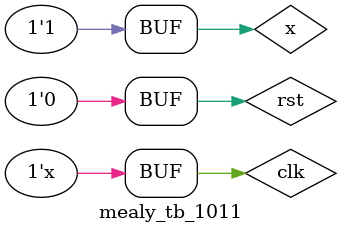
<source format=v>
`timescale 1ns/100ps
module mealy_tb_1011;
  reg clk,rst,x;
  wire z;
  
  mealy_sequence_1011 uut(clk,rst,x,z);
  always #5 clk=~clk;
  initial begin
    clk=1; rst=1; #10;
    rst=0;

    //0101101101101111....1
    x=0;#10;
    x=1;#10;
    x=0;#10;
    x=1;#10;
    x=1;#10;
    x=0;#10;
    x=1;#10;
    x=1;#10;
    x=0;#10;
    x=1;#10;
    x=1;#10;
    x=0;#10;
    x=1;#10;
    
  end
endmodule
  

</source>
